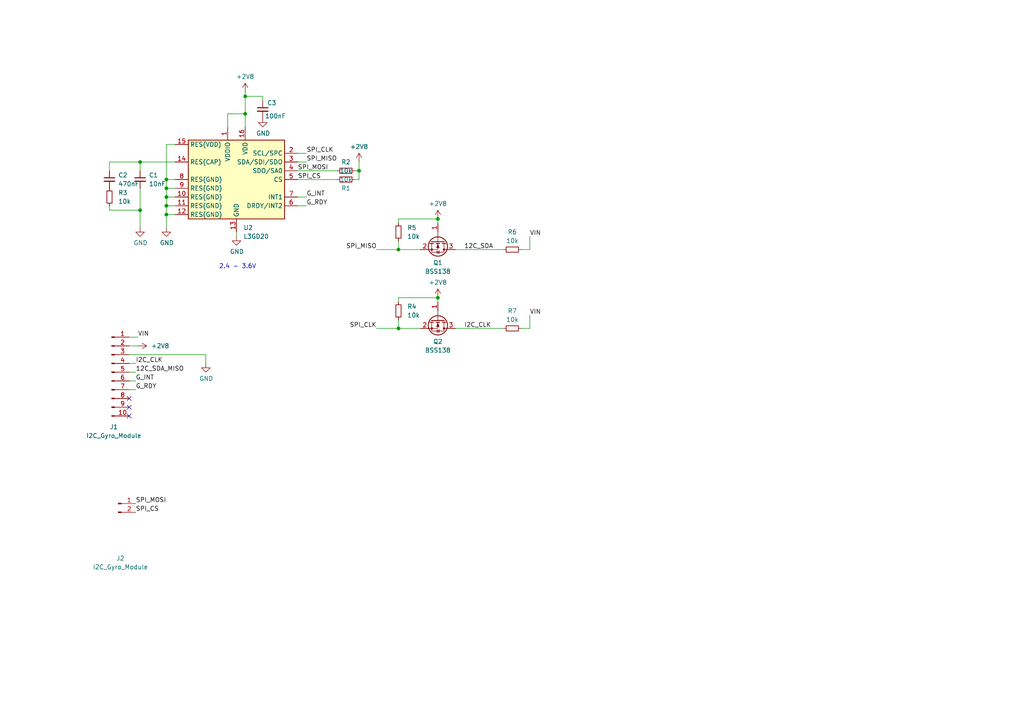
<source format=kicad_sch>
(kicad_sch (version 20230121) (generator eeschema)
  (paper "A4")
  (title_block (title "Ball Base Unit") (company "Mountjoy Modular"))
  (lib_symbols
    (symbol "Connector:Conn_01x02_Pin" (pin_names (offset 1.016) hide)
      (property "Reference" "J" (at 0 2.54 0))
      (property "Value" "Conn_01x02_Pin" (at 0 -5.08 0))
      (symbol "Conn_01x02_Pin_1_1"
        (polyline (pts (xy 1.27 -2.54) (xy 0.8636 -2.54)) (stroke (width 0.1524)))
        (polyline (pts (xy 1.27 0) (xy 0.8636 0)) (stroke (width 0.1524)))
        (rectangle (start 0.8636 -2.413) (end 0 -2.667) (stroke (width 0.1524)) (fill (type outline)))
        (rectangle (start 0.8636 0.127) (end 0 -0.127) (stroke (width 0.1524)) (fill (type outline)))
        (pin passive line (at 5.08 0 180) (length 3.81) (name "Pin_1") (number "1"))
        (pin passive line (at 5.08 -2.54 180) (length 3.81) (name "Pin_2") (number "2"))
      )
    )
    (symbol "Connector:Conn_01x10_Male" (pin_names (offset 1.016) hide)
      (property "Reference" "J" (at 0 12.7 0))
      (property "Value" "Conn_01x10_Male" (at 0 -15.24 0))
      (symbol "Conn_01x10_Male_1_1"
        (polyline (pts (xy 1.27 -12.7) (xy 0.8636 -12.7)) (stroke (width 0.1524)))
        (polyline (pts (xy 1.27 -10.16) (xy 0.8636 -10.16)) (stroke (width 0.1524)))
        (polyline (pts (xy 1.27 -7.62) (xy 0.8636 -7.62)) (stroke (width 0.1524)))
        (polyline (pts (xy 1.27 -5.08) (xy 0.8636 -5.08)) (stroke (width 0.1524)))
        (polyline (pts (xy 1.27 -2.54) (xy 0.8636 -2.54)) (stroke (width 0.1524)))
        (polyline (pts (xy 1.27 0) (xy 0.8636 0)) (stroke (width 0.1524)))
        (polyline (pts (xy 1.27 2.54) (xy 0.8636 2.54)) (stroke (width 0.1524)))
        (polyline (pts (xy 1.27 5.08) (xy 0.8636 5.08)) (stroke (width 0.1524)))
        (polyline (pts (xy 1.27 7.62) (xy 0.8636 7.62)) (stroke (width 0.1524)))
        (polyline (pts (xy 1.27 10.16) (xy 0.8636 10.16)) (stroke (width 0.1524)))
        (rectangle (start 0.8636 -12.573) (end 0 -12.827) (stroke (width 0.1524)) (fill (type outline)))
        (rectangle (start 0.8636 -10.033) (end 0 -10.287) (stroke (width 0.1524)) (fill (type outline)))
        (rectangle (start 0.8636 -7.493) (end 0 -7.747) (stroke (width 0.1524)) (fill (type outline)))
        (rectangle (start 0.8636 -4.953) (end 0 -5.207) (stroke (width 0.1524)) (fill (type outline)))
        (rectangle (start 0.8636 -2.413) (end 0 -2.667) (stroke (width 0.1524)) (fill (type outline)))
        (rectangle (start 0.8636 0.127) (end 0 -0.127) (stroke (width 0.1524)) (fill (type outline)))
        (rectangle (start 0.8636 2.667) (end 0 2.413) (stroke (width 0.1524)) (fill (type outline)))
        (rectangle (start 0.8636 5.207) (end 0 4.953) (stroke (width 0.1524)) (fill (type outline)))
        (rectangle (start 0.8636 7.747) (end 0 7.493) (stroke (width 0.1524)) (fill (type outline)))
        (rectangle (start 0.8636 10.287) (end 0 10.033) (stroke (width 0.1524)) (fill (type outline)))
        (pin passive line (at 5.08 10.16 180) (length 3.81) (name "Pin_1") (number "1"))
        (pin passive line (at 5.08 -12.7 180) (length 3.81) (name "Pin_10") (number "10"))
        (pin passive line (at 5.08 7.62 180) (length 3.81) (name "Pin_2") (number "2"))
        (pin passive line (at 5.08 5.08 180) (length 3.81) (name "Pin_3") (number "3"))
        (pin passive line (at 5.08 2.54 180) (length 3.81) (name "Pin_4") (number "4"))
        (pin passive line (at 5.08 0 180) (length 3.81) (name "Pin_5") (number "5"))
        (pin passive line (at 5.08 -2.54 180) (length 3.81) (name "Pin_6") (number "6"))
        (pin passive line (at 5.08 -5.08 180) (length 3.81) (name "Pin_7") (number "7"))
        (pin passive line (at 5.08 -7.62 180) (length 3.81) (name "Pin_8") (number "8"))
        (pin passive line (at 5.08 -10.16 180) (length 3.81) (name "Pin_9") (number "9"))
      )
    )
    (symbol "Device:C_Small" (pin_numbers hide) (pin_names (offset 0.254) hide)
      (property "Reference" "C" (at 0.254 1.778 0))
      (property "Value" "C_Small" (at 0.254 -2.032 0))
      (symbol "C_Small_0_1"
        (polyline (pts (xy -1.524 -0.508) (xy 1.524 -0.508)) (stroke (width 0.3302)))
        (polyline (pts (xy -1.524 0.508) (xy 1.524 0.508)) (stroke (width 0.3048)))
      )
      (symbol "C_Small_1_1"
        (pin passive line (at 0 2.54 270) (length 2.032) (name "~") (number "1"))
        (pin passive line (at 0 -2.54 90) (length 2.032) (name "~") (number "2"))
      )
    )
    (symbol "Device:R_Small" (pin_numbers hide) (pin_names (offset 0.254) hide)
      (property "Reference" "R" (at 0.762 0.508 0))
      (property "Value" "R_Small" (at 0.762 -1.016 0))
      (symbol "R_Small_0_1"
        (rectangle (start -0.762 1.778) (end 0.762 -1.778) (stroke (width 0.2032)))
      )
      (symbol "R_Small_1_1"
        (pin passive line (at 0 2.54 270) (length 0.762) (name "~") (number "1"))
        (pin passive line (at 0 -2.54 90) (length 0.762) (name "~") (number "2"))
      )
    )
    (symbol "Sensor_Motion:L3GD20"
      (property "Reference" "U" (at 6.35 15.24 0))
      (property "Value" "L3GD20" (at 6.35 12.7 0))
      (symbol "L3GD20_0_1"
        (rectangle (start -13.97 11.43) (end 13.97 -11.43) (stroke (width 0.254)) (fill (type background)))
      )
      (symbol "L3GD20_1_1"
        (pin power_in line (at -2.54 15.24 270) (length 3.81) (name "VDDIO") (number "1"))
        (pin passive line (at -17.78 -5.08 0) (length 3.81) (name "RES(GND)") (number "10"))
        (pin passive line (at -17.78 -7.62 0) (length 3.81) (name "RES(GND)") (number "11"))
        (pin passive line (at -17.78 -10.16 0) (length 3.81) (name "RES(GND)") (number "12"))
        (pin power_in line (at 0 -15.24 90) (length 3.81) (name "GND") (number "13"))
        (pin passive line (at -17.78 5.08 0) (length 3.81) (name "RES(CAP)") (number "14"))
        (pin passive line (at -17.78 10.16 0) (length 3.81) (name "RES(VDD)") (number "15"))
        (pin power_in line (at 2.54 15.24 270) (length 3.81) (name "VDD") (number "16"))
        (pin input line (at 17.78 7.62 180) (length 3.81) (name "SCL/SPC") (number "2"))
        (pin bidirectional line (at 17.78 5.08 180) (length 3.81) (name "SDA/SDI/SDO") (number "3"))
        (pin output line (at 17.78 2.54 180) (length 3.81) (name "SDO/SA0") (number "4"))
        (pin input line (at 17.78 0 180) (length 3.81) (name "CS") (number "5"))
        (pin output line (at 17.78 -7.62 180) (length 3.81) (name "DRDY/INT2") (number "6"))
        (pin output line (at 17.78 -5.08 180) (length 3.81) (name "INT1") (number "7"))
        (pin passive line (at -17.78 0 0) (length 3.81) (name "RES(GND)") (number "8"))
        (pin passive line (at -17.78 -2.54 0) (length 3.81) (name "RES(GND)") (number "9"))
      )
    )
    (symbol "Transistor_FET:BSS138" (pin_names hide)
      (property "Reference" "Q" (at 5.08 1.905 0))
      (property "Value" "BSS138" (at 5.08 0 0))
      (symbol "BSS138_0_1"
        (polyline (pts (xy 0.254 0) (xy -2.54 0)))
        (polyline (pts (xy 0.254 1.905) (xy 0.254 -1.905)) (stroke (width 0.254)))
        (polyline (pts (xy 0.762 -1.27) (xy 0.762 -2.286)) (stroke (width 0.254)))
        (polyline (pts (xy 0.762 0.508) (xy 0.762 -0.508)) (stroke (width 0.254)))
        (polyline (pts (xy 0.762 2.286) (xy 0.762 1.27)) (stroke (width 0.254)))
        (polyline (pts (xy 2.54 2.54) (xy 2.54 1.778)))
        (polyline (pts (xy 2.54 -2.54) (xy 2.54 0) (xy 0.762 0)))
        (polyline (pts (xy 0.762 -1.778) (xy 3.302 -1.778) (xy 3.302 1.778) (xy 0.762 1.778)))
        (polyline (pts (xy 1.016 0) (xy 2.032 0.381) (xy 2.032 -0.381) (xy 1.016 0)) (fill (type outline)))
        (polyline (pts (xy 2.794 0.508) (xy 2.921 0.381) (xy 3.683 0.381) (xy 3.81 0.254)))
        (polyline (pts (xy 3.302 0.381) (xy 2.921 -0.254) (xy 3.683 -0.254) (xy 3.302 0.381)))
        (circle (center 1.651 0) (radius 2.794) (stroke (width 0.254)))
        (circle (center 2.54 -1.778) (radius 0.254) (fill (type outline)))
        (circle (center 2.54 1.778) (radius 0.254) (fill (type outline)))
      )
      (symbol "BSS138_1_1"
        (pin input line (at -5.08 0 0) (length 2.54) (name "G") (number "1"))
        (pin passive line (at 2.54 -5.08 90) (length 2.54) (name "S") (number "2"))
        (pin passive line (at 2.54 5.08 270) (length 2.54) (name "D") (number "3"))
      )
    )
    (symbol "power:+2V8" (power) (pin_names (offset 0))
      (property "Value" "+2V8" (at 0 3.556 0))
      (symbol "+2V8_0_1"
        (polyline (pts (xy -0.762 1.27) (xy 0 2.54)))
        (polyline (pts (xy 0 0) (xy 0 2.54)))
        (polyline (pts (xy 0 2.54) (xy 0.762 1.27)))
      )
      (symbol "+2V8_1_1"
        (pin power_in line (at 0 0 90) (length 0) hide (name "+2V8") (number "1"))
      )
    )
    (symbol "power:GND" (power) (pin_names (offset 0))
      (property "Value" "GND" (at 0 -3.81 0))
      (symbol "GND_0_1"
        (polyline (pts (xy 0 0) (xy 0 -1.27) (xy 1.27 -1.27) (xy 0 -2.54) (xy -1.27 -1.27) (xy 0 -1.27)))
      )
      (symbol "GND_1_1"
        (pin power_in line (at 0 0 270) (length 0) hide (name "GND") (number "1"))
      )
    )
  )
  (junction (at 48.26 59.69))
  (junction (at 48.26 62.23))
  (junction (at 71.12 27.94))
  (junction (at 127 63.5))
  (junction (at 127 86.36))
  (junction (at 115.57 95.25))
  (junction (at 40.64 46.99))
  (junction (at 48.26 52.07))
  (junction (at 115.57 72.39))
  (junction (at 40.64 60.96))
  (junction (at 71.12 33.02))
  (junction (at 48.26 57.15))
  (junction (at 104.14 49.53))
  (junction (at 48.26 54.61))
  (no_connect (at 37.465 120.65))
  (no_connect (at 37.465 115.57))
  (no_connect (at 37.465 118.11))
  (wire (pts (xy 50.8 62.23) (xy 48.26 62.23)))
  (wire (pts (xy 37.465 100.33) (xy 40.005 100.33)))
  (wire (pts (xy 50.8 52.07) (xy 48.26 52.07)))
  (wire (pts (xy 102.87 49.53) (xy 104.14 49.53)))
  (wire (pts (xy 31.75 59.69) (xy 31.75 60.96)))
  (wire (pts (xy 115.57 64.77) (xy 115.57 63.5)))
  (wire (pts (xy 37.465 110.49) (xy 39.37 110.49)))
  (wire (pts (xy 37.465 113.03) (xy 39.37 113.03)))
  (wire (pts (xy 48.26 52.07) (xy 48.26 54.61)))
  (wire (pts (xy 86.36 59.69) (xy 88.9 59.69)))
  (wire (pts (xy 86.36 52.07) (xy 97.79 52.07)))
  (wire (pts (xy 59.69 102.87) (xy 59.69 105.41)))
  (wire (pts (xy 71.12 27.94) (xy 76.2 27.94)))
  (wire (pts (xy 109.22 72.39) (xy 115.57 72.39)))
  (wire (pts (xy 127 86.36) (xy 127 87.63)))
  (wire (pts (xy 115.57 86.36) (xy 127 86.36)))
  (wire (pts (xy 86.36 57.15) (xy 88.9 57.15)))
  (wire (pts (xy 102.87 52.07) (xy 104.14 52.07)))
  (wire (pts (xy 37.465 102.87) (xy 59.69 102.87)))
  (wire (pts (xy 71.12 33.02) (xy 71.12 36.83)))
  (wire (pts (xy 50.8 41.91) (xy 48.26 41.91)))
  (wire (pts (xy 104.14 46.99) (xy 104.14 49.53)))
  (wire (pts (xy 48.26 62.23) (xy 48.26 66.04)))
  (wire (pts (xy 48.26 54.61) (xy 48.26 57.15)))
  (wire (pts (xy 115.57 95.25) (xy 121.92 95.25)))
  (wire (pts (xy 153.67 95.25) (xy 153.67 91.44)))
  (wire (pts (xy 48.26 54.61) (xy 50.8 54.61)))
  (wire (pts (xy 115.57 92.71) (xy 115.57 95.25)))
  (wire (pts (xy 48.26 57.15) (xy 50.8 57.15)))
  (wire (pts (xy 48.26 41.91) (xy 48.26 52.07)))
  (wire (pts (xy 40.64 60.96) (xy 40.64 66.04)))
  (wire (pts (xy 66.04 33.02) (xy 71.12 33.02)))
  (wire (pts (xy 109.22 95.25) (xy 115.57 95.25)))
  (wire (pts (xy 31.75 60.96) (xy 40.64 60.96)))
  (wire (pts (xy 31.75 46.99) (xy 40.64 46.99)))
  (wire (pts (xy 68.58 68.58) (xy 68.58 67.31)))
  (wire (pts (xy 48.26 59.69) (xy 48.26 62.23)))
  (wire (pts (xy 71.12 27.94) (xy 71.12 33.02)))
  (wire (pts (xy 115.57 72.39) (xy 121.92 72.39)))
  (wire (pts (xy 86.36 49.53) (xy 97.79 49.53)))
  (wire (pts (xy 48.26 57.15) (xy 48.26 59.69)))
  (wire (pts (xy 37.465 97.79) (xy 40.005 97.79)))
  (wire (pts (xy 151.13 72.39) (xy 153.67 72.39)))
  (wire (pts (xy 153.67 72.39) (xy 153.67 68.58)))
  (wire (pts (xy 115.57 87.63) (xy 115.57 86.36)))
  (wire (pts (xy 40.64 54.61) (xy 40.64 60.96)))
  (wire (pts (xy 132.08 72.39) (xy 146.05 72.39)))
  (wire (pts (xy 115.57 63.5) (xy 127 63.5)))
  (wire (pts (xy 127 63.5) (xy 127 64.77)))
  (wire (pts (xy 132.08 95.25) (xy 146.05 95.25)))
  (wire (pts (xy 40.64 46.99) (xy 40.64 49.53)))
  (wire (pts (xy 86.36 44.45) (xy 88.9 44.45)))
  (wire (pts (xy 115.57 69.85) (xy 115.57 72.39)))
  (wire (pts (xy 86.36 46.99) (xy 88.9 46.99)))
  (wire (pts (xy 66.04 36.83) (xy 66.04 33.02)))
  (wire (pts (xy 37.465 107.95) (xy 39.37 107.95)))
  (wire (pts (xy 31.75 46.99) (xy 31.75 49.53)))
  (wire (pts (xy 71.12 26.67) (xy 71.12 27.94)))
  (wire (pts (xy 76.2 27.94) (xy 76.2 29.21)))
  (wire (pts (xy 48.26 59.69) (xy 50.8 59.69)))
  (wire (pts (xy 37.465 105.41) (xy 39.37 105.41)))
  (wire (pts (xy 151.13 95.25) (xy 153.67 95.25)))
  (wire (pts (xy 104.14 49.53) (xy 104.14 52.07)))
  (wire (pts (xy 40.64 46.99) (xy 50.8 46.99)))
  (text "2.4 - 3.6V" (at 63.5 78.105 0) (effects (font (size 1.27 1.27)) (justify left bottom)))
  (label "I2C_CLK" (at 134.62 95.25 0))
  (label "G_INT" (at 88.9 57.15 0))
  (label "G_INT" (at 39.37 110.49 0))
  (label "SPI_MOSI" (at 86.36 49.53 0))
  (label "I2C_CLK" (at 39.37 105.41 0))
  (label "VIN" (at 40.005 97.79 0))
  (label "SPI_MISO" (at 109.22 72.39 180))
  (label "G_RDY" (at 88.9 59.69 0))
  (label "12C_SDA_MISO" (at 39.37 107.95 0))
  (label "12C_SDA" (at 134.62 72.39 0))
  (label "SPI_CS" (at 86.36 52.07 0))
  (label "VIN" (at 153.67 68.58 0))
  (label "SPI_CLK" (at 109.22 95.25 180))
  (label "SPI_CLK" (at 88.9 44.45 0))
  (label "SPI_MOSI" (at 39.37 146.05 0))
  (label "VIN" (at 153.67 91.44 0))
  (label "G_RDY" (at 39.37 113.03 0))
  (label "SPI_CS" (at 39.37 148.59 0))
  (label "SPI_MISO" (at 88.9 46.99 0))
  (symbol (lib_id "Device:C_Small") (at 40.64 52.07 0) (unit 1)
    (property "Reference" "C1" (at 43.18 50.8062 0) (effects (justify left)))
    (property "Value" "10nF" (at 43.18 53.3462 0) (effects (justify left)))
    (property "Footprint" "Capacitor_SMD:C_0603_1608Metric" (effects hide))
  )
  (symbol (lib_id "Connector:Conn_01x10_Male") (at 32.385 107.95 0) (unit 1)
    (property "Reference" "J1" (at 33.02 123.825 0))
    (property "Value" "I2C_Gyro_Module" (at 33.02 126.365 0))
    (property "Footprint" "Connector_PinSocket_2.54mm:PinSocket_1x10_P2.54mm_Vertical" (effects hide))
  )
  (symbol (lib_id "Device:R_Small") (at 100.33 49.53 270) (unit 1)
    (property "Reference" "R2" (at 100.33 46.99 90))
    (property "Value" "10k" (at 100.33 49.53 90))
    (property "Footprint" "Resistor_SMD:R_0603_1608Metric" (effects hide))
    (property "Part_Number" "C25803" (effects hide))
  )
  (symbol (lib_id "power:+2V8") (at 40.005 100.33 270) (unit 1)
    (property "Reference" "#PWR026" (effects hide))
    (property "Value" "+2V8" (at 43.815 100.33 90) (effects (justify left)))
  )
  (symbol (lib_id "Device:R_Small") (at 31.75 57.15 0) (unit 1)
    (property "Reference" "R3" (at 34.29 55.88 0) (effects (justify left)))
    (property "Value" "10k" (at 34.29 58.42 0) (effects (justify left)))
    (property "Footprint" "Resistor_SMD:R_0603_1608Metric" (effects hide))
    (property "Part_Number" "C25803" (effects hide))
  )
  (symbol (lib_id "power:GND") (at 68.58 68.58 0) (unit 1)
    (property "Reference" "#PWR020" (effects hide))
    (property "Value" "GND" (at 68.707 72.9742 0))
  )
  (symbol (lib_id "Device:C_Small") (at 31.75 52.07 0) (unit 1)
    (property "Reference" "C2" (at 34.29 50.8063 0) (effects (justify left)))
    (property "Value" "470nF" (at 34.29 53.3463 0) (effects (justify left)))
    (property "Footprint" "Capacitor_SMD:C_0603_1608Metric" (effects hide))
  )
  (symbol (lib_id "Device:R_Small") (at 148.59 95.25 270) (unit 1)
    (property "Reference" "R7" (at 148.59 90.17 90))
    (property "Value" "10k" (at 148.59 92.71 90))
    (property "Footprint" "Resistor_SMD:R_0603_1608Metric" (effects hide))
    (property "Part_Number" "C25803" (effects hide))
  )
  (symbol (lib_id "Device:R_Small") (at 100.33 52.07 270) (unit 1)
    (property "Reference" "R1" (at 100.33 54.61 90))
    (property "Value" "10k" (at 100.33 52.07 90))
    (property "Footprint" "Resistor_SMD:R_0603_1608Metric" (effects hide))
    (property "Part_Number" "C25803" (effects hide))
  )
  (symbol (lib_id "power:GND") (at 76.2 34.29 0) (unit 1)
    (property "Reference" "#PWR01" (effects hide))
    (property "Value" "GND" (at 76.327 38.6842 0))
  )
  (symbol (lib_id "Device:R_Small") (at 115.57 90.17 0) (unit 1)
    (property "Reference" "R4" (at 118.11 88.9 0) (effects (justify left)))
    (property "Value" "10k" (at 118.11 91.44 0) (effects (justify left)))
    (property "Footprint" "Resistor_SMD:R_0603_1608Metric" (effects hide))
    (property "Part_Number" "C25803" (effects hide))
  )
  (symbol (lib_id "Connector:Conn_01x02_Pin") (at 34.29 146.05 0) (unit 1)
    (property "Reference" "J2" (at 34.925 161.925 0))
    (property "Value" "I2C_Gyro_Module" (at 34.925 164.465 0))
    (property "Footprint" "Connector_PinSocket_2.54mm:PinSocket_1x02_P2.54mm_Vertical" (effects hide))
  )
  (symbol (lib_id "power:GND") (at 59.69 105.41 0) (unit 1)
    (property "Reference" "#PWR031" (effects hide))
    (property "Value" "GND" (at 59.817 109.8042 0))
  )
  (symbol (lib_id "Transistor_FET:BSS138") (at 127 92.71 270) (unit 1)
    (property "Reference" "Q2" (at 127 99.06 90))
    (property "Value" "BSS138" (at 127 101.6 90))
    (property "Footprint" "Package_TO_SOT_SMD:SOT-23" (effects hide))
    (property "Datasheet" "https://www.onsemi.com/pub/Collateral/BSS138-D.PDF" (effects hide))
  )
  (symbol (lib_id "power:+2V8") (at 71.12 26.67 0) (unit 1)
    (property "Reference" "#PWR02" (effects hide))
    (property "Value" "+2V8" (at 71.12 22.225 0))
  )
  (symbol (lib_id "Sensor_Motion:L3GD20") (at 68.58 52.07 0) (unit 1)
    (property "Reference" "U2" (at 70.5994 66.04 0) (effects (justify left)))
    (property "Value" "L3GD20" (at 70.5994 68.58 0) (effects (justify left)))
    (property "Footprint" "Package_LGA:LGA-16_4x4mm_P0.65mm_LayoutBorder4x4y" (effects hide))
    (property "Datasheet" "http://www.st.com/st-web-ui/static/active/en/resource/technical/document/datasheet/DM00036465.pdf" (effects hide))
  )
  (symbol (lib_id "power:+2V8") (at 104.14 46.99 0) (unit 1)
    (property "Reference" "#PWR03" (effects hide))
    (property "Value" "+2V8" (at 104.14 42.545 0))
  )
  (symbol (lib_id "Device:R_Small") (at 148.59 72.39 270) (unit 1)
    (property "Reference" "R6" (at 148.59 67.31 90))
    (property "Value" "10k" (at 148.59 69.85 90))
    (property "Footprint" "Resistor_SMD:R_0603_1608Metric" (effects hide))
    (property "Part_Number" "C25803" (effects hide))
  )
  (symbol (lib_id "power:+2V8") (at 127 86.36 0) (unit 1)
    (property "Reference" "#PWR05" (effects hide))
    (property "Value" "+2V8" (at 127 81.915 0))
  )
  (symbol (lib_id "Device:R_Small") (at 115.57 67.31 0) (unit 1)
    (property "Reference" "R5" (at 118.11 66.04 0) (effects (justify left)))
    (property "Value" "10k" (at 118.11 68.58 0) (effects (justify left)))
    (property "Footprint" "Resistor_SMD:R_0603_1608Metric" (effects hide))
    (property "Part_Number" "C25803" (effects hide))
  )
  (symbol (lib_id "Transistor_FET:BSS138") (at 127 69.85 270) (unit 1)
    (property "Reference" "Q1" (at 127 76.2 90))
    (property "Value" "BSS138" (at 127 78.74 90))
    (property "Footprint" "Package_TO_SOT_SMD:SOT-23" (effects hide))
    (property "Datasheet" "https://www.onsemi.com/pub/Collateral/BSS138-D.PDF" (effects hide))
  )
  (symbol (lib_id "Device:C_Small") (at 76.2 31.75 0) (unit 1)
    (property "Reference" "C3" (at 77.47 29.845 0) (effects (justify left)))
    (property "Value" "100nF" (at 76.835 33.655 0) (effects (justify left)))
    (property "Footprint" "Capacitor_SMD:C_0603_1608Metric" (effects hide))
  )
  (symbol (lib_id "power:+2V8") (at 127 63.5 0) (unit 1)
    (property "Reference" "#PWR04" (effects hide))
    (property "Value" "+2V8" (at 127 59.055 0))
  )
  (symbol (lib_id "power:GND") (at 48.26 66.04 0) (unit 1)
    (property "Reference" "#PWR019" (effects hide))
    (property "Value" "GND" (at 48.387 70.4342 0))
  )
  (symbol (lib_id "power:GND") (at 40.64 66.04 0) (unit 1)
    (property "Reference" "#PWR016" (effects hide))
    (property "Value" "GND" (at 40.767 70.4342 0))
  )
)
</source>
